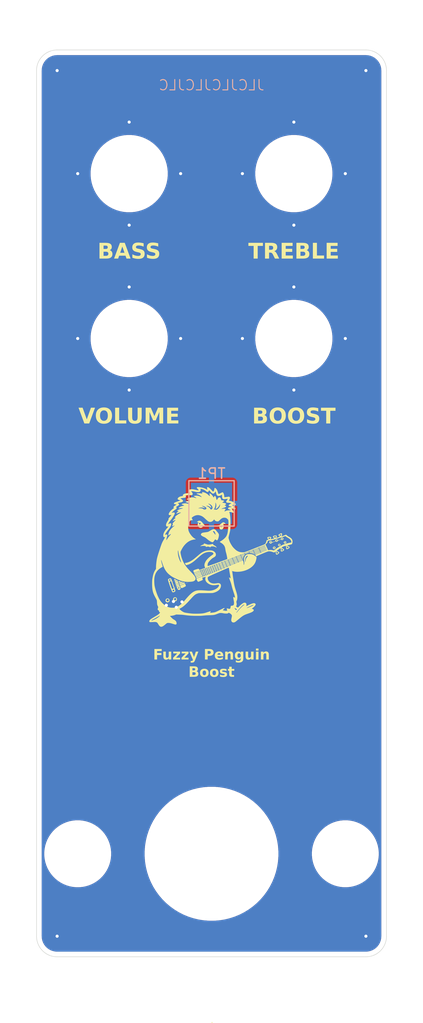
<source format=kicad_pcb>
(kicad_pcb (version 20240108) (generator "pcbnew") (generator_version "8.0")
  (layers (0 "F.Cu" signal) (31 "B.Cu" signal) (34 "B.Paste" user) (35 "F.Paste" user) (36 "B.SilkS" user "B.Silkscreen") (37 "F.SilkS" user "F.Silkscreen") (38 "B.Mask" user) (39 "F.Mask" user) (44 "Edge.Cuts" user))
  (net 0 "")
  (net 1 "GND")
  (footprint "Mylib:Hole_7mm" (layer "F.Cu") (at 92 68)
    (property "Reference" "H1" (hide yes))
    (property "Value" "Bass")
    (pad "" np_thru_hole circle (at 0 0) (size 7 7) (drill 7) (layers "*.Cu" "*.Mask" "In1.Cu" "In2.Cu" "In3.Cu" "In4.Cu" "In5.Cu" "In6.Cu" "In7.Cu" "In8.Cu" "In9.Cu" "In10.Cu" "In11.Cu" "In12.Cu" "In13.Cu" "In14.Cu" "In15.Cu" "In16.Cu" "In17.Cu" "In18.Cu" "In19.Cu" "In20.Cu" "In21.Cu" "In22.Cu" "In23.Cu" "In24.Cu" "In25.Cu" "In26.Cu" "In27.Cu" "In28.Cu" "In29.Cu" "In30.Cu"))
  )
  (footprint "Mylib:Hole_7mm" (layer "F.Cu") (at 92 84)
    (property "Reference" "H3" (hide yes))
    (property "Value" "Volume")
    (pad "" np_thru_hole circle (at 0 0) (size 7 7) (drill 7) (layers "*.Cu" "*.Mask" "In1.Cu" "In2.Cu" "In3.Cu" "In4.Cu" "In5.Cu" "In6.Cu" "In7.Cu" "In8.Cu" "In9.Cu" "In10.Cu" "In11.Cu" "In12.Cu" "In13.Cu" "In14.Cu" "In15.Cu" "In16.Cu" "In17.Cu" "In18.Cu" "In19.Cu" "In20.Cu" "In21.Cu" "In22.Cu" "In23.Cu" "In24.Cu" "In25.Cu" "In26.Cu" "In27.Cu" "In28.Cu" "In29.Cu" "In30.Cu"))
  )
  (footprint "Mylib:Hole_7mm" (layer "F.Cu") (at 108 84)
    (property "Reference" "H4" (hide yes))
    (property "Value" "Boost")
    (pad "" np_thru_hole circle (at 0 0) (size 7 7) (drill 7) (layers "*.Cu" "*.Mask" "In1.Cu" "In2.Cu" "In3.Cu" "In4.Cu" "In5.Cu" "In6.Cu" "In7.Cu" "In8.Cu" "In9.Cu" "In10.Cu" "In11.Cu" "In12.Cu" "In13.Cu" "In14.Cu" "In15.Cu" "In16.Cu" "In17.Cu" "In18.Cu" "In19.Cu" "In20.Cu" "In21.Cu" "In22.Cu" "In23.Cu" "In24.Cu" "In25.Cu" "In26.Cu" "In27.Cu" "In28.Cu" "In29.Cu" "In30.Cu"))
  )
  (footprint "Mylib:Hole_7mm" (layer "F.Cu") (at 108 68)
    (property "Reference" "H2" (hide yes))
    (property "Value" "Treble")
    (pad "" np_thru_hole circle (at 0 0) (size 7 7) (drill 7) (layers "*.Cu" "*.Mask" "In1.Cu" "In2.Cu" "In3.Cu" "In4.Cu" "In5.Cu" "In6.Cu" "In7.Cu" "In8.Cu" "In9.Cu" "In10.Cu" "In11.Cu" "In12.Cu" "In13.Cu" "In14.Cu" "In15.Cu" "In16.Cu" "In17.Cu" "In18.Cu" "In19.Cu" "In20.Cu" "In21.Cu" "In22.Cu" "In23.Cu" "In24.Cu" "In25.Cu" "In26.Cu" "In27.Cu" "In28.Cu" "In29.Cu" "In30.Cu"))
  )
  (footprint "Mylib:Hole_12.5mm" (layer "F.Cu") (at 100 134)
    (property "Reference" "H6" (hide yes))
    (property "Value" "Stomp")
    (pad "" np_thru_hole circle (at 0 0) (size 12.5 12.5) (drill 12.5) (layers "*.Cu" "*.Mask" "In1.Cu" "In2.Cu" "In3.Cu" "In4.Cu" "In5.Cu" "In6.Cu" "In7.Cu" "In8.Cu" "In9.Cu" "In10.Cu" "In11.Cu" "In12.Cu" "In13.Cu" "In14.Cu" "In15.Cu" "In16.Cu" "In17.Cu" "In18.Cu" "In19.Cu" "In20.Cu" "In21.Cu" "In22.Cu" "In23.Cu" "In24.Cu" "In25.Cu" "In26.Cu" "In27.Cu" "In28.Cu" "In29.Cu" "In30.Cu"))
  )
  (footprint "Mylib:1590A" (layer "F.Cu") (at 100 100)
    (property "Reference" "Box1" (hide yes))
    (property "Value" "~")
  )
  (footprint "Mylib:FuzzPenguin" (layer "F.Cu") (at 100 105)
    (property "Reference" "LOGO1" (hide yes))
    (property "Value" "FuzzPenguin" (hide yes))
  )
  (footprint "Mylib:Hole_6mm" (layer "F.Cu") (at 87 134)
    (property "Reference" "H5" (hide yes))
    (property "Value" "LED")
    (pad "" np_thru_hole circle (at 0 0) (size 6 6) (drill 6) (layers "*.Cu" "*.Mask" "In1.Cu" "In2.Cu" "In3.Cu" "In4.Cu" "In5.Cu" "In6.Cu" "In7.Cu" "In8.Cu" "In9.Cu" "In10.Cu" "In11.Cu" "In12.Cu" "In13.Cu" "In14.Cu" "In15.Cu" "In16.Cu" "In17.Cu" "In18.Cu" "In19.Cu" "In20.Cu" "In21.Cu" "In22.Cu" "In23.Cu" "In24.Cu" "In25.Cu" "In26.Cu" "In27.Cu" "In28.Cu" "In29.Cu" "In30.Cu"))
  )
  (footprint "Mylib:Hole_6mm" (layer "F.Cu") (at 113 134)
    (property "Reference" "H7" (hide yes))
    (property "Value" "SW")
    (pad "" np_thru_hole circle (at 0 0) (size 6 6) (drill 6) (layers "*.Cu" "*.Mask" "In1.Cu" "In2.Cu" "In3.Cu" "In4.Cu" "In5.Cu" "In6.Cu" "In7.Cu" "In8.Cu" "In9.Cu" "In10.Cu" "In11.Cu" "In12.Cu" "In13.Cu" "In14.Cu" "In15.Cu" "In16.Cu" "In17.Cu" "In18.Cu" "In19.Cu" "In20.Cu" "In21.Cu" "In22.Cu" "In23.Cu" "In24.Cu" "In25.Cu" "In26.Cu" "In27.Cu" "In28.Cu" "In29.Cu" "In30.Cu"))
  )
  (footprint "TestPoint:TestPoint_Pad_4.0x4.0mm" (layer "B.Cu") (at 100 100 180)
    (property "Reference" "TP1" (at 0 2.898 0) (layer "B.SilkS") (effects (justify mirror)))
    (property "Value" "TestPoint_Small")
    (pad "1" smd rect (at 0 0 180) (size 4 4) (layers "B.Cu" "B.Mask") (net 1 "GND"))
  )
  (gr_line (start 83 58) (end 83 142) (stroke (width 0.05)) (layer "Edge.Cuts"))
  (gr_arc (start 115 56) (mid 116.414214 56.585786) (end 117 58) (stroke (width 0.05)) (layer "Edge.Cuts"))
  (gr_line (start 85 144) (end 115 144) (stroke (width 0.05)) (layer "Edge.Cuts"))
  (gr_arc (start 117 142) (mid 116.414214 143.414214) (end 115 144) (stroke (width 0.05)) (layer "Edge.Cuts"))
  (gr_line (start 85 56) (end 115 56) (stroke (width 0.05)) (layer "Edge.Cuts"))
  (gr_arc (start 85 144) (mid 83.585786 143.414214) (end 83 142) (stroke (width 0.05)) (layer "Edge.Cuts"))
  (gr_arc (start 83 58) (mid 83.585786 56.585786) (end 85 56) (stroke (width 0.05)) (layer "Edge.Cuts"))
  (gr_line (start 117 58) (end 117 142) (stroke (width 0.05)) (layer "Edge.Cuts"))
  (gr_text "JLCJLCJLCJLC" (at 100 60 0) (layer "B.SilkS") (effects (font (size 1 1) (thickness 0.1)) (justify bottom mirror)))
  (gr_text "TREBLE" (at 108 76.5 0) (layer "F.SilkS") (effects (font (size 1.5 1.5) (thickness 0.3) (bold yes)) (justify bottom)))
  (gr_text "VOLUME" (at 92 92.5 0) (layer "F.SilkS") (effects (font (size 1.5 1.5) (thickness 0.3) (bold yes)) (justify bottom)))
  (gr_text "BASS" (at 92 76.5 0) (layer "F.SilkS") (effects (font (size 1.5 1.5) (thickness 0.3) (bold yes)) (justify bottom)))
  (gr_text "BOOST" (at 108 92.5 0) (layer "F.SilkS") (effects (font (size 1.5 1.5) (thickness 0.3) (bold yes)) (justify bottom)))
  (gr_text "Fuzzy Penguin\nBoost\n" (at 100 117 0) (layer "F.SilkS") (effects (font (size 1 1) (thickness 0.1)) (justify bottom)))
  (via (at 85 58) (size 0.6) (drill 0.3) (layers "F.Cu" "B.Cu") (net 1))
  (via (at 92 89) (size 0.6) (drill 0.3) (layers "F.Cu" "B.Cu") (net 1))
  (via (at 95.61 109.88) (size 0.6) (drill 0.3) (layers "F.Cu" "B.Cu") (net 1))
  (via (at 113 84) (size 0.6) (drill 0.3) (layers "F.Cu" "B.Cu") (net 1))
  (via (at 108 63) (size 0.6) (drill 0.3) (layers "F.Cu" "B.Cu") (net 1))
  (via (at 103 68) (size 0.6) (drill 0.3) (layers "F.Cu" "B.Cu") (net 1))
  (via (at 115 142) (size 0.6) (drill 0.3) (layers "F.Cu" "B.Cu") (net 1))
  (via (at 97.13 109.56) (size 0.6) (drill 0.3) (layers "F.Cu" "B.Cu") (net 1))
  (via (at 108 89) (size 0.6) (drill 0.3) (layers "F.Cu" "B.Cu") (net 1))
  (via (at 92 63) (size 0.6) (drill 0.3) (layers "F.Cu" "B.Cu") (net 1))
  (via (at 87 68) (size 0.6) (drill 0.3) (layers "F.Cu" "B.Cu") (net 1))
  (via (at 87 84) (size 0.6) (drill 0.3) (layers "F.Cu" "B.Cu") (net 1))
  (via (at 97 84) (size 0.6) (drill 0.3) (layers "F.Cu" "B.Cu") (net 1))
  (via (at 96.58 110.08) (size 0.6) (drill 0.3) (layers "F.Cu" "B.Cu") (net 1))
  (via (at 92 79) (size 0.6) (drill 0.3) (layers "F.Cu" "B.Cu") (net 1))
  (via (at 103 84) (size 0.6) (drill 0.3) (layers "F.Cu" "B.Cu") (net 1))
  (via (at 113 68) (size 0.6) (drill 0.3) (layers "F.Cu" "B.Cu") (net 1))
  (via (at 115 58) (size 0.6) (drill 0.3) (layers "F.Cu" "B.Cu") (net 1))
  (via (at 85 142) (size 0.6) (drill 0.3) (layers "F.Cu" "B.Cu") (net 1))
  (via (at 108 73) (size 0.6) (drill 0.3) (layers "F.Cu" "B.Cu") (net 1))
  (via (at 108 79) (size 0.6) (drill 0.3) (layers "F.Cu" "B.Cu") (net 1))
  (via (at 97 68) (size 0.6) (drill 0.3) (layers "F.Cu" "B.Cu") (net 1))
  (via (at 92 73) (size 0.6) (drill 0.3) (layers "F.Cu" "B.Cu") (net 1))
  (via (at 96.3 109.52) (size 0.6) (drill 0.3) (layers "F.Cu" "B.Cu") (net 1))
  (zone (net 1) (net_name "GND") (layers "F.Cu" "B.Cu") (connect_pads (clearance 0.5)) (min_thickness 0.25) (fill yes (thermal_gap 0.5) (thermal_bridge_width 0.5) (smoothing chamfer) (radius 0.5) (island_removal_mode 1) (island_area_min 10))
    (polygon (pts (xy 81 54) (xy 119 54) (xy 119 146) (xy 81 146)))
  )
)
</source>
